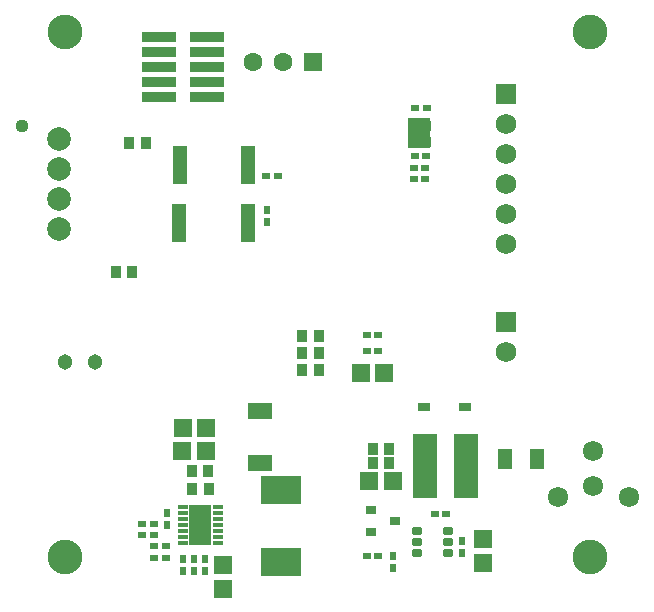
<source format=gts>
G04*
G04 #@! TF.GenerationSoftware,Altium Limited,Altium Designer,21.5.1 (32)*
G04*
G04 Layer_Color=8388736*
%FSLAX25Y25*%
%MOIN*%
G70*
G04*
G04 #@! TF.SameCoordinates,9DB8949B-C02E-4DCA-B792-844CB0D99077*
G04*
G04*
G04 #@! TF.FilePolarity,Negative*
G04*
G01*
G75*
%ADD18R,0.07382X0.09874*%
%ADD19R,0.07874X0.05512*%
%ADD20R,0.13786X0.09652*%
%ADD21R,0.05912X0.06306*%
%ADD22R,0.03156X0.03353*%
%ADD23R,0.03550X0.03943*%
%ADD24R,0.04731X0.07093*%
%ADD25R,0.04747X0.12598*%
%ADD26R,0.07487X0.13786*%
%ADD27R,0.03550X0.01581*%
%ADD28R,0.02762X0.02368*%
%ADD29R,0.06306X0.05912*%
%ADD30R,0.02368X0.02762*%
%ADD31R,0.04219X0.02959*%
G04:AMPARAMS|DCode=32|XSize=25.65mil|YSize=35.5mil|CornerRadius=3.95mil|HoleSize=0mil|Usage=FLASHONLY|Rotation=90.000|XOffset=0mil|YOffset=0mil|HoleType=Round|Shape=RoundedRectangle|*
%AMROUNDEDRECTD32*
21,1,0.02565,0.02760,0,0,90.0*
21,1,0.01776,0.03550,0,0,90.0*
1,1,0.00790,0.01380,0.00888*
1,1,0.00790,0.01380,-0.00888*
1,1,0.00790,-0.01380,-0.00888*
1,1,0.00790,-0.01380,0.00888*
%
%ADD32ROUNDEDRECTD32*%
%ADD33R,0.11384X0.03313*%
%ADD34R,0.08274X0.21266*%
%ADD35R,0.03543X0.03150*%
%ADD36C,0.06778*%
%ADD37C,0.06896*%
%ADD38R,0.06896X0.06896*%
%ADD39C,0.05124*%
%ADD40C,0.07900*%
%ADD41C,0.04447*%
%ADD42R,0.06306X0.06306*%
%ADD43C,0.06306*%
%ADD44C,0.11600*%
D18*
X367931Y166323D02*
D03*
D19*
X315000Y56301D02*
D03*
Y73624D02*
D03*
D20*
X321681Y23500D02*
D03*
Y47319D02*
D03*
D21*
X289000Y60500D02*
D03*
X296874D02*
D03*
X348407Y86499D02*
D03*
X356281D02*
D03*
X289043Y68178D02*
D03*
X296917D02*
D03*
X359118Y50501D02*
D03*
X351244D02*
D03*
D22*
X370441Y168752D02*
D03*
Y163437D02*
D03*
X366504Y168752D02*
D03*
Y163437D02*
D03*
D23*
X276756Y162926D02*
D03*
X271244D02*
D03*
X334448Y93192D02*
D03*
X328936D02*
D03*
X334448Y87335D02*
D03*
X328936D02*
D03*
X292020Y53762D02*
D03*
X297532D02*
D03*
X328936Y98599D02*
D03*
X334448D02*
D03*
X266730Y120000D02*
D03*
X272242D02*
D03*
X297756Y47746D02*
D03*
X292244D02*
D03*
X357937Y61082D02*
D03*
X352425D02*
D03*
X357937Y56337D02*
D03*
X352425D02*
D03*
D24*
X407193Y57735D02*
D03*
X396563D02*
D03*
D25*
X310940Y155708D02*
D03*
X288083D02*
D03*
X310721Y136416D02*
D03*
X287864D02*
D03*
D26*
X295000Y35774D02*
D03*
D27*
X289094Y29869D02*
D03*
Y31837D02*
D03*
Y33806D02*
D03*
Y35774D02*
D03*
Y37743D02*
D03*
Y39711D02*
D03*
Y41680D02*
D03*
X300905D02*
D03*
Y39711D02*
D03*
Y37743D02*
D03*
Y35774D02*
D03*
Y33806D02*
D03*
Y31837D02*
D03*
Y29869D02*
D03*
D28*
X354312Y93782D02*
D03*
X350375D02*
D03*
X283504Y24846D02*
D03*
X279567D02*
D03*
X279556Y32428D02*
D03*
X275619D02*
D03*
X316880Y152087D02*
D03*
X320817D02*
D03*
X350375Y99047D02*
D03*
X354312D02*
D03*
X279556Y36143D02*
D03*
X275619D02*
D03*
X350387Y25404D02*
D03*
X354324D02*
D03*
X279567Y28559D02*
D03*
X283504D02*
D03*
X376969Y39424D02*
D03*
X373031D02*
D03*
X366504Y174825D02*
D03*
X370441D02*
D03*
X370327Y158613D02*
D03*
X366390D02*
D03*
X366032Y150993D02*
D03*
X369969D02*
D03*
X366032Y154661D02*
D03*
X369969D02*
D03*
D29*
X302480Y14520D02*
D03*
Y22394D02*
D03*
X389280Y31054D02*
D03*
Y23180D02*
D03*
D30*
X283701Y35774D02*
D03*
Y39711D02*
D03*
X289094Y24362D02*
D03*
Y20425D02*
D03*
X317260Y140657D02*
D03*
Y136720D02*
D03*
X296500Y24362D02*
D03*
Y20425D02*
D03*
X359157Y21467D02*
D03*
Y25404D02*
D03*
X382325Y26329D02*
D03*
Y30266D02*
D03*
X292800Y20425D02*
D03*
Y24362D02*
D03*
D31*
X369530Y75000D02*
D03*
X383231D02*
D03*
D32*
X367327Y33711D02*
D03*
Y29971D02*
D03*
Y26231D02*
D03*
X377366D02*
D03*
Y29971D02*
D03*
Y33711D02*
D03*
D33*
X297175Y198268D02*
D03*
Y193268D02*
D03*
Y188268D02*
D03*
Y183268D02*
D03*
Y178268D02*
D03*
X281151D02*
D03*
Y183268D02*
D03*
Y188268D02*
D03*
Y193268D02*
D03*
Y198268D02*
D03*
D34*
X383567Y55500D02*
D03*
X369787D02*
D03*
D35*
X359810Y36959D02*
D03*
X351936Y33219D02*
D03*
Y40699D02*
D03*
D36*
X426000Y60500D02*
D03*
Y48689D02*
D03*
X437811Y44988D02*
D03*
X414189D02*
D03*
D37*
X396912Y129386D02*
D03*
Y139386D02*
D03*
Y149386D02*
D03*
Y159386D02*
D03*
Y169386D02*
D03*
X396980Y93500D02*
D03*
D38*
X396912Y179386D02*
D03*
X396980Y103500D02*
D03*
D39*
X260000Y90000D02*
D03*
X250000D02*
D03*
D40*
X248000Y134537D02*
D03*
Y144537D02*
D03*
Y154537D02*
D03*
Y164537D02*
D03*
D41*
X235598Y168738D02*
D03*
D42*
X332556Y190190D02*
D03*
D43*
X322556D02*
D03*
X312556D02*
D03*
D44*
X250000Y25000D02*
D03*
Y200000D02*
D03*
X425000D02*
D03*
Y25000D02*
D03*
M02*

</source>
